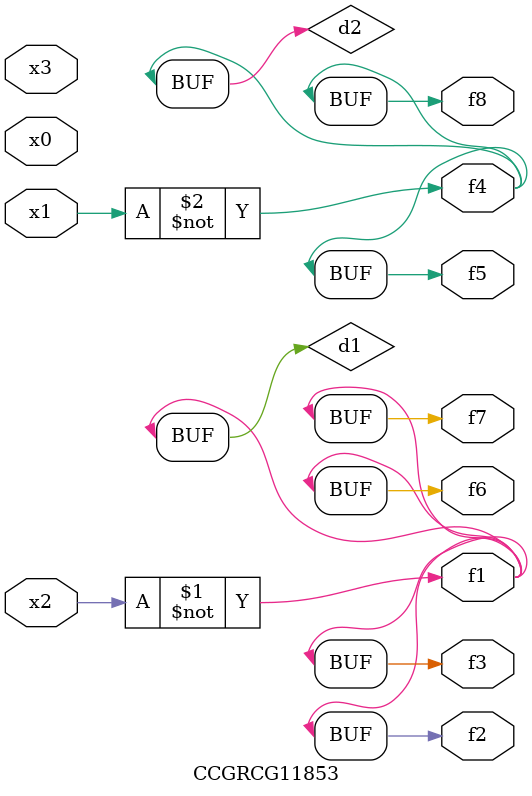
<source format=v>
module CCGRCG11853(
	input x0, x1, x2, x3,
	output f1, f2, f3, f4, f5, f6, f7, f8
);

	wire d1, d2;

	xnor (d1, x2);
	not (d2, x1);
	assign f1 = d1;
	assign f2 = d1;
	assign f3 = d1;
	assign f4 = d2;
	assign f5 = d2;
	assign f6 = d1;
	assign f7 = d1;
	assign f8 = d2;
endmodule

</source>
